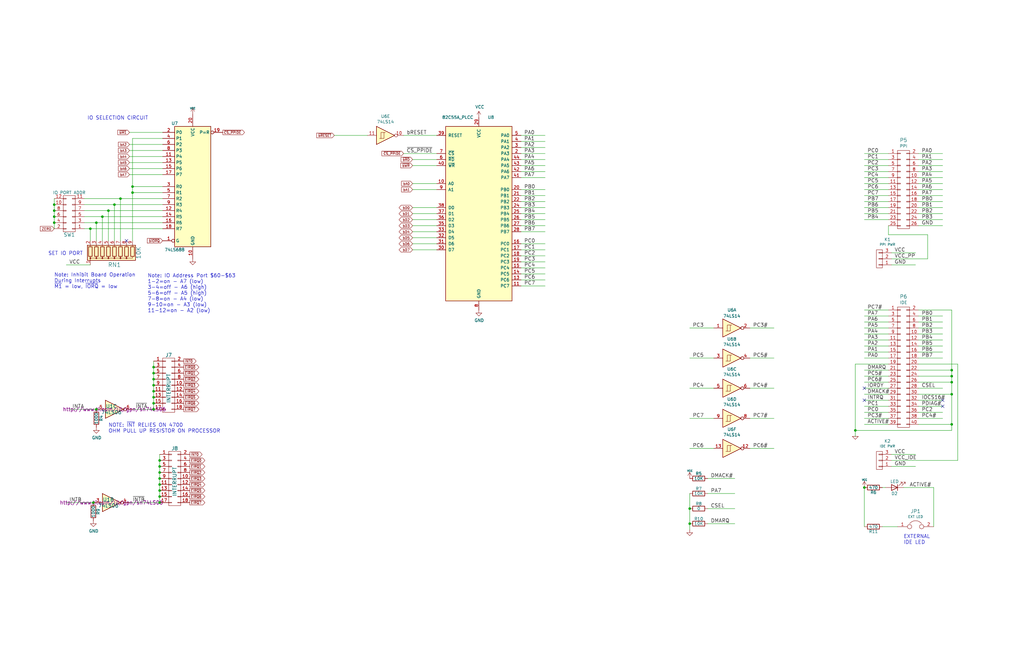
<source format=kicad_sch>
(kicad_sch (version 20211123) (generator eeschema)
  (paper "B")
  (junction (at 22.86 93.98))
  (junction (at 64.77 157.48))
  (junction (at 67.31 207.01))
  (junction (at 38.1 96.52))
  (junction (at 64.77 165.1))
  (junction (at 364.49 205.74))
  (junction (at 401.32 179.07))
  (junction (at 40.64 172.72))
  (junction (at 401.32 158.75))
  (junction (at 360.68 181.61))
  (junction (at 64.77 172.72))
  (junction (at 67.31 204.47))
  (junction (at 22.86 91.44))
  (junction (at 40.64 93.98))
  (junction (at 64.77 170.18))
  (junction (at 401.32 161.29))
  (junction (at 401.32 166.37))
  (junction (at 22.86 86.36))
  (junction (at 22.86 88.9))
  (junction (at 67.31 199.39))
  (junction (at 401.32 156.21))
  (junction (at 45.72 88.9))
  (junction (at 64.77 154.94))
  (junction (at 43.18 91.44))
  (junction (at 64.77 160.02))
  (junction (at 39.37 212.09))
  (junction (at 290.83 214.63))
  (junction (at 67.31 212.09))
  (junction (at 67.31 194.31))
  (junction (at 55.88 81.28))
  (junction (at 64.77 167.64))
  (junction (at 64.77 162.56))
  (junction (at 290.83 220.98))
  (junction (at 67.31 209.55))
  (junction (at 67.31 196.85))
  (junction (at 50.8 83.82))
  (junction (at 55.88 78.74))
  (junction (at 67.31 201.93))
  (junction (at 48.26 86.36))
  (no_connect (at 397.51 168.91))
  (no_connect (at 364.49 163.83))
  (no_connect (at 397.51 171.45))
  (no_connect (at 364.49 168.91))
  (no_connect (at 53.34 101.6))
  (wire (pts (xy 219.71 115.57) (xy 229.87 115.57)))
  (wire (pts (xy 38.1 111.76) (xy 27.94 111.76)))
  (wire (pts (xy 401.32 181.61) (xy 360.68 181.61)))
  (wire (pts (xy 364.49 87.63) (xy 374.65 87.63)))
  (wire (pts (xy 364.49 158.75) (xy 374.65 158.75)))
  (wire (pts (xy 364.49 148.59) (xy 374.65 148.59)))
  (wire (pts (xy 219.71 87.63) (xy 229.87 87.63)))
  (wire (pts (xy 22.86 91.44) (xy 22.86 93.98)))
  (wire (pts (xy 387.35 143.51) (xy 397.51 143.51)))
  (wire (pts (xy 364.49 143.51) (xy 374.65 143.51)))
  (wire (pts (xy 54.61 55.88) (xy 68.58 55.88)))
  (wire (pts (xy 391.16 109.22) (xy 375.92 109.22)))
  (wire (pts (xy 55.88 58.42) (xy 68.58 58.42)))
  (wire (pts (xy 290.83 151.13) (xy 300.99 151.13)))
  (wire (pts (xy 219.71 110.49) (xy 229.87 110.49)))
  (wire (pts (xy 67.31 204.47) (xy 67.31 201.93)))
  (wire (pts (xy 290.83 220.98) (xy 290.83 223.52)))
  (wire (pts (xy 219.71 120.65) (xy 229.87 120.65)))
  (wire (pts (xy 219.71 95.25) (xy 229.87 95.25)))
  (wire (pts (xy 35.56 91.44) (xy 43.18 91.44)))
  (wire (pts (xy 401.32 161.29) (xy 401.32 166.37)))
  (wire (pts (xy 290.83 138.43) (xy 300.99 138.43)))
  (wire (pts (xy 401.32 179.07) (xy 401.32 181.61)))
  (wire (pts (xy 387.35 133.35) (xy 397.51 133.35)))
  (wire (pts (xy 22.86 83.82) (xy 22.86 86.36)))
  (wire (pts (xy 54.61 71.12) (xy 68.58 71.12)))
  (wire (pts (xy 403.86 153.67) (xy 403.86 194.31)))
  (wire (pts (xy 67.31 209.55) (xy 67.31 212.09)))
  (wire (pts (xy 364.49 80.01) (xy 374.65 80.01)))
  (wire (pts (xy 387.35 176.53) (xy 397.51 176.53)))
  (wire (pts (xy 387.35 87.63) (xy 397.51 87.63)))
  (wire (pts (xy 387.35 130.81) (xy 401.32 130.81)))
  (wire (pts (xy 393.7 205.74) (xy 393.7 222.25)))
  (wire (pts (xy 173.99 92.71) (xy 184.15 92.71)))
  (wire (pts (xy 401.32 158.75) (xy 401.32 161.29)))
  (wire (pts (xy 298.45 208.28) (xy 309.88 208.28)))
  (wire (pts (xy 387.35 153.67) (xy 403.86 153.67)))
  (wire (pts (xy 364.49 176.53) (xy 374.65 176.53)))
  (wire (pts (xy 387.35 77.47) (xy 397.51 77.47)))
  (wire (pts (xy 298.45 214.63) (xy 309.88 214.63)))
  (wire (pts (xy 173.99 102.87) (xy 184.15 102.87)))
  (wire (pts (xy 387.35 69.85) (xy 397.51 69.85)))
  (wire (pts (xy 170.18 57.15) (xy 184.15 57.15)))
  (wire (pts (xy 55.88 78.74) (xy 68.58 78.74)))
  (wire (pts (xy 364.49 171.45) (xy 374.65 171.45)))
  (wire (pts (xy 364.49 135.89) (xy 374.65 135.89)))
  (wire (pts (xy 387.35 80.01) (xy 397.51 80.01)))
  (wire (pts (xy 401.32 158.75) (xy 401.32 156.21)))
  (wire (pts (xy 22.86 88.9) (xy 22.86 91.44)))
  (wire (pts (xy 140.97 57.15) (xy 154.94 57.15)))
  (wire (pts (xy 173.99 100.33) (xy 184.15 100.33)))
  (wire (pts (xy 387.35 171.45) (xy 397.51 171.45)))
  (wire (pts (xy 387.35 151.13) (xy 397.51 151.13)))
  (wire (pts (xy 219.71 74.93) (xy 229.87 74.93)))
  (wire (pts (xy 219.71 82.55) (xy 229.87 82.55)))
  (wire (pts (xy 364.49 77.47) (xy 374.65 77.47)))
  (wire (pts (xy 22.86 86.36) (xy 22.86 88.9)))
  (wire (pts (xy 219.71 105.41) (xy 229.87 105.41)))
  (wire (pts (xy 364.49 161.29) (xy 374.65 161.29)))
  (wire (pts (xy 55.88 81.28) (xy 55.88 78.74)))
  (wire (pts (xy 173.99 80.01) (xy 184.15 80.01)))
  (wire (pts (xy 401.32 179.07) (xy 401.32 166.37)))
  (wire (pts (xy 64.77 165.1) (xy 64.77 162.56)))
  (wire (pts (xy 364.49 179.07) (xy 374.65 179.07)))
  (wire (pts (xy 316.23 138.43) (xy 326.39 138.43)))
  (wire (pts (xy 219.71 57.15) (xy 229.87 57.15)))
  (wire (pts (xy 387.35 72.39) (xy 397.51 72.39)))
  (wire (pts (xy 316.23 176.53) (xy 326.39 176.53)))
  (wire (pts (xy 387.35 173.99) (xy 397.51 173.99)))
  (wire (pts (xy 374.65 95.25) (xy 374.65 99.06)))
  (wire (pts (xy 54.61 60.96) (xy 68.58 60.96)))
  (wire (pts (xy 364.49 140.97) (xy 374.65 140.97)))
  (wire (pts (xy 64.77 170.18) (xy 64.77 167.64)))
  (wire (pts (xy 43.18 91.44) (xy 68.58 91.44)))
  (wire (pts (xy 54.61 66.04) (xy 68.58 66.04)))
  (wire (pts (xy 67.31 209.55) (xy 67.31 207.01)))
  (wire (pts (xy 35.56 86.36) (xy 48.26 86.36)))
  (wire (pts (xy 45.72 101.6) (xy 45.72 88.9)))
  (wire (pts (xy 387.35 92.71) (xy 397.51 92.71)))
  (wire (pts (xy 29.21 172.72) (xy 40.64 172.72)))
  (wire (pts (xy 67.31 196.85) (xy 67.31 194.31)))
  (wire (pts (xy 364.49 166.37) (xy 374.65 166.37)))
  (wire (pts (xy 387.35 74.93) (xy 397.51 74.93)))
  (wire (pts (xy 219.71 90.17) (xy 229.87 90.17)))
  (wire (pts (xy 387.35 146.05) (xy 397.51 146.05)))
  (wire (pts (xy 35.56 83.82) (xy 50.8 83.82)))
  (wire (pts (xy 360.68 153.67) (xy 374.65 153.67)))
  (wire (pts (xy 372.11 205.74) (xy 373.38 205.74)))
  (wire (pts (xy 364.49 138.43) (xy 374.65 138.43)))
  (wire (pts (xy 290.83 189.23) (xy 300.99 189.23)))
  (wire (pts (xy 48.26 101.6) (xy 48.26 86.36)))
  (wire (pts (xy 290.83 208.28) (xy 290.83 214.63)))
  (wire (pts (xy 375.92 196.85) (xy 386.08 196.85)))
  (wire (pts (xy 43.18 101.6) (xy 43.18 91.44)))
  (wire (pts (xy 374.65 99.06) (xy 391.16 99.06)))
  (wire (pts (xy 360.68 181.61) (xy 360.68 153.67)))
  (wire (pts (xy 173.99 90.17) (xy 184.15 90.17)))
  (wire (pts (xy 173.99 95.25) (xy 184.15 95.25)))
  (wire (pts (xy 55.88 78.74) (xy 55.88 58.42)))
  (wire (pts (xy 364.49 173.99) (xy 374.65 173.99)))
  (wire (pts (xy 364.49 85.09) (xy 374.65 85.09)))
  (wire (pts (xy 387.35 95.25) (xy 397.51 95.25)))
  (wire (pts (xy 64.77 167.64) (xy 64.77 165.1)))
  (wire (pts (xy 387.35 82.55) (xy 397.51 82.55)))
  (wire (pts (xy 364.49 133.35) (xy 374.65 133.35)))
  (wire (pts (xy 170.18 64.77) (xy 184.15 64.77)))
  (wire (pts (xy 364.49 168.91) (xy 374.65 168.91)))
  (wire (pts (xy 50.8 83.82) (xy 68.58 83.82)))
  (wire (pts (xy 298.45 220.98) (xy 309.88 220.98)))
  (wire (pts (xy 173.99 77.47) (xy 184.15 77.47)))
  (wire (pts (xy 219.71 62.23) (xy 229.87 62.23)))
  (wire (pts (xy 364.49 146.05) (xy 374.65 146.05)))
  (wire (pts (xy 219.71 69.85) (xy 229.87 69.85)))
  (wire (pts (xy 40.64 93.98) (xy 68.58 93.98)))
  (wire (pts (xy 372.11 222.25) (xy 378.46 222.25)))
  (wire (pts (xy 68.58 81.28) (xy 55.88 81.28)))
  (wire (pts (xy 387.35 138.43) (xy 397.51 138.43)))
  (wire (pts (xy 55.88 172.72) (xy 64.77 172.72)))
  (wire (pts (xy 173.99 97.79) (xy 184.15 97.79)))
  (wire (pts (xy 364.49 64.77) (xy 374.65 64.77)))
  (wire (pts (xy 364.49 92.71) (xy 374.65 92.71)))
  (wire (pts (xy 64.77 160.02) (xy 64.77 157.48)))
  (wire (pts (xy 364.49 69.85) (xy 374.65 69.85)))
  (wire (pts (xy 316.23 163.83) (xy 326.39 163.83)))
  (wire (pts (xy 364.49 72.39) (xy 374.65 72.39)))
  (wire (pts (xy 364.49 130.81) (xy 374.65 130.81)))
  (wire (pts (xy 381 205.74) (xy 393.7 205.74)))
  (wire (pts (xy 364.49 156.21) (xy 374.65 156.21)))
  (wire (pts (xy 387.35 67.31) (xy 397.51 67.31)))
  (wire (pts (xy 375.92 106.68) (xy 386.08 106.68)))
  (wire (pts (xy 38.1 96.52) (xy 68.58 96.52)))
  (wire (pts (xy 50.8 101.6) (xy 50.8 83.82)))
  (wire (pts (xy 387.35 90.17) (xy 397.51 90.17)))
  (wire (pts (xy 401.32 156.21) (xy 387.35 156.21)))
  (wire (pts (xy 403.86 194.31) (xy 375.92 194.31)))
  (wire (pts (xy 219.71 102.87) (xy 229.87 102.87)))
  (wire (pts (xy 401.32 161.29) (xy 387.35 161.29)))
  (wire (pts (xy 67.31 194.31) (xy 67.31 191.77)))
  (wire (pts (xy 35.56 93.98) (xy 40.64 93.98)))
  (wire (pts (xy 290.83 214.63) (xy 290.83 220.98)))
  (wire (pts (xy 219.71 85.09) (xy 229.87 85.09)))
  (wire (pts (xy 387.35 179.07) (xy 401.32 179.07)))
  (wire (pts (xy 387.35 158.75) (xy 401.32 158.75)))
  (wire (pts (xy 387.35 64.77) (xy 397.51 64.77)))
  (wire (pts (xy 54.61 63.5) (xy 68.58 63.5)))
  (wire (pts (xy 387.35 85.09) (xy 397.51 85.09)))
  (wire (pts (xy 219.71 64.77) (xy 229.87 64.77)))
  (wire (pts (xy 364.49 163.83) (xy 374.65 163.83)))
  (wire (pts (xy 219.71 72.39) (xy 229.87 72.39)))
  (wire (pts (xy 38.1 101.6) (xy 38.1 96.52)))
  (wire (pts (xy 54.61 212.09) (xy 67.31 212.09)))
  (wire (pts (xy 22.86 93.98) (xy 22.86 96.52)))
  (wire (pts (xy 64.77 172.72) (xy 64.77 170.18)))
  (wire (pts (xy 364.49 151.13) (xy 374.65 151.13)))
  (wire (pts (xy 67.31 201.93) (xy 67.31 199.39)))
  (wire (pts (xy 54.61 68.58) (xy 68.58 68.58)))
  (wire (pts (xy 173.99 105.41) (xy 184.15 105.41)))
  (wire (pts (xy 375.92 191.77) (xy 386.08 191.77)))
  (wire (pts (xy 219.71 97.79) (xy 229.87 97.79)))
  (wire (pts (xy 219.71 92.71) (xy 229.87 92.71)))
  (wire (pts (xy 360.68 184.15) (xy 360.68 181.61)))
  (wire (pts (xy 54.61 73.66) (xy 68.58 73.66)))
  (wire (pts (xy 27.94 212.09) (xy 39.37 212.09)))
  (wire (pts (xy 401.32 130.81) (xy 401.32 156.21)))
  (wire (pts (xy 45.72 88.9) (xy 68.58 88.9)))
  (wire (pts (xy 173.99 87.63) (xy 184.15 87.63)))
  (wire (pts (xy 316.23 151.13) (xy 326.39 151.13)))
  (wire (pts (xy 64.77 154.94) (xy 64.77 152.4)))
  (wire (pts (xy 67.31 207.01) (xy 67.31 204.47)))
  (wire (pts (xy 219.71 118.11) (xy 229.87 118.11)))
  (wire (pts (xy 364.49 74.93) (xy 374.65 74.93)))
  (wire (pts (xy 173.99 69.85) (xy 184.15 69.85)))
  (wire (pts (xy 219.71 59.69) (xy 229.87 59.69)))
  (wire (pts (xy 364.49 82.55) (xy 374.65 82.55)))
  (wire (pts (xy 35.56 88.9) (xy 45.72 88.9)))
  (wire (pts (xy 219.71 113.03) (xy 229.87 113.03)))
  (wire (pts (xy 219.71 80.01) (xy 229.87 80.01)))
  (wire (pts (xy 387.35 168.91) (xy 397.51 168.91)))
  (wire (pts (xy 375.92 111.76) (xy 386.08 111.76)))
  (wire (pts (xy 364.49 90.17) (xy 374.65 90.17)))
  (wire (pts (xy 64.77 157.48) (xy 64.77 154.94)))
  (wire (pts (xy 40.64 101.6) (xy 40.64 93.98)))
  (wire (pts (xy 364.49 205.74) (xy 364.49 222.25)))
  (wire (pts (xy 387.35 140.97) (xy 397.51 140.97)))
  (wire (pts (xy 387.35 163.83) (xy 397.51 163.83)))
  (wire (pts (xy 316.23 189.23) (xy 326.39 189.23)))
  (wire (pts (xy 219.71 67.31) (xy 229.87 67.31)))
  (wire (pts (xy 219.71 107.95) (xy 229.87 107.95)))
  (wire (pts (xy 401.32 166.37) (xy 387.35 166.37)))
  (wire (pts (xy 173.99 67.31) (xy 184.15 67.31)))
  (wire (pts (xy 64.77 162.56) (xy 64.77 160.02)))
  (wire (pts (xy 35.56 96.52) (xy 38.1 96.52)))
  (wire (pts (xy 290.83 163.83) (xy 300.99 163.83)))
  (wire (pts (xy 67.31 199.39) (xy 67.31 196.85)))
  (wire (pts (xy 55.88 101.6) (xy 55.88 81.28)))
  (wire (pts (xy 290.83 176.53) (xy 300.99 176.53)))
  (wire (pts (xy 391.16 99.06) (xy 391.16 109.22)))
  (wire (pts (xy 298.45 201.93) (xy 309.88 201.93)))
  (wire (pts (xy 387.35 135.89) (xy 397.51 135.89)))
  (wire (pts (xy 364.49 67.31) (xy 374.65 67.31)))
  (wire (pts (xy 48.26 86.36) (xy 68.58 86.36)))
  (wire (pts (xy 387.35 148.59) (xy 397.51 148.59)))
  (text "IO SELECTION CIRCUIT" (at 36.83 50.8 0) (effects (font (size 1.524 1.524)) (justify left bottom)))
  (text "Note: IO Address Port $60-$63\n1-2=on - A7 (low)\n3-4=off - A6 (high)\n5-6=off - A5 (high)\n7-8=on - A4 (low)\n9-10=on - A3 (low)\n11-12=on - A2 (low)" (at 62.23 132.08 0) (effects (font (size 1.524 1.524)) (justify left bottom)))
  (text "NOTE: ~{INT} RELIES ON 4700 \nOHM PULL UP RESISTOR ON PROCESSOR" (at 45.72 182.88 0) (effects (font (size 1.524 1.524)) (justify left bottom)))
  (text "EXTERNAL\nIDE LED" (at 381 229.87 0) (effects (font (size 1.524 1.524)) (justify left bottom)))
  (text "Note: Inhibit Board Operation\nDuring Interrupts\n~{M1} = low, ~{IORQ} = low" (at 22.86 121.92 0) (effects (font (size 1.524 1.524)) (justify left bottom)))
  (text "SET IO PORT" (at 20.32 107.95 0) (effects (font (size 1.524 1.524)) (justify left bottom)))
  (label "PB6" (at 220.98 95.25 0) (effects (font (size 1.524 1.524))))
  (label "VCC" (at 377.19 191.77 0) (effects (font (size 1.524 1.524))))
  (label "PA7" (at 220.98 74.93 0) (effects (font (size 1.524 1.524))))
  (label "PB5" (at 220.98 92.71 0) (effects (font (size 1.524 1.524))))
  (label "PB2" (at 220.98 85.09 0) (effects (font (size 1.524 1.524))))
  (label "PC2" (at 220.98 107.95 0) (effects (font (size 1.524 1.524))))
  (label "PB4" (at 220.98 90.17 0) (effects (font (size 1.524 1.524))))
  (label "PC5#" (at 365.76 158.75 0) (effects (font (size 1.524 1.524))))
  (label "PC5" (at 292.1 151.13 0) (effects (font (size 1.524 1.524))))
  (label "PC6#" (at 317.5 189.23 0) (effects (font (size 1.524 1.524))))
  (label "ACTIVE#" (at 365.76 179.07 0) (effects (font (size 1.524 1.524))))
  (label "PA5" (at 388.62 77.47 0) (effects (font (size 1.524 1.524))))
  (label "PA7" (at 299.72 208.28 0) (effects (font (size 1.524 1.524))))
  (label "PC3" (at 292.1 138.43 0) (effects (font (size 1.524 1.524))))
  (label "INTA" (at 30.48 172.72 0) (effects (font (size 1.524 1.524))))
  (label "PA7" (at 388.62 82.55 0) (effects (font (size 1.524 1.524))))
  (label "~{INTA}" (at 57.15 172.72 0) (effects (font (size 1.524 1.524))))
  (label "PA1" (at 365.76 148.59 0) (effects (font (size 1.524 1.524))))
  (label "~{CS_PPIDE}" (at 171.45 64.77 0) (effects (font (size 1.524 1.524))))
  (label "bRESET" (at 171.45 57.15 0) (effects (font (size 1.524 1.524))))
  (label "CSEL" (at 388.62 163.83 0) (effects (font (size 1.524 1.524))))
  (label "PC2" (at 365.76 69.85 0) (effects (font (size 1.524 1.524))))
  (label "PA6" (at 388.62 80.01 0) (effects (font (size 1.524 1.524))))
  (label "PA3" (at 365.76 143.51 0) (effects (font (size 1.524 1.524))))
  (label "PC5" (at 220.98 115.57 0) (effects (font (size 1.524 1.524))))
  (label "PA2" (at 365.76 146.05 0) (effects (font (size 1.524 1.524))))
  (label "PC3#" (at 365.76 176.53 0) (effects (font (size 1.524 1.524))))
  (label "PA6" (at 220.98 72.39 0) (effects (font (size 1.524 1.524))))
  (label "PB2" (at 388.62 90.17 0) (effects (font (size 1.524 1.524))))
  (label "PC5#" (at 317.5 151.13 0) (effects (font (size 1.524 1.524))))
  (label "PC0" (at 365.76 64.77 0) (effects (font (size 1.524 1.524))))
  (label "PB3" (at 220.98 87.63 0) (effects (font (size 1.524 1.524))))
  (label "PA5" (at 220.98 69.85 0) (effects (font (size 1.524 1.524))))
  (label "PC6" (at 365.76 80.01 0) (effects (font (size 1.524 1.524))))
  (label "DMACK#" (at 299.72 201.93 0) (effects (font (size 1.524 1.524))))
  (label "PC7#" (at 317.5 176.53 0) (effects (font (size 1.524 1.524))))
  (label "PB7" (at 388.62 151.13 0) (effects (font (size 1.524 1.524))))
  (label "DMACK#" (at 365.76 166.37 0) (effects (font (size 1.524 1.524))))
  (label "PC3" (at 365.76 72.39 0) (effects (font (size 1.524 1.524))))
  (label "PC4#" (at 388.62 176.53 0) (effects (font (size 1.524 1.524))))
  (label "DMARQ" (at 365.76 156.21 0) (effects (font (size 1.524 1.524))))
  (label "PC4" (at 220.98 113.03 0) (effects (font (size 1.524 1.524))))
  (label "PC4#" (at 317.5 163.83 0) (effects (font (size 1.524 1.524))))
  (label "PB7" (at 220.98 97.79 0) (effects (font (size 1.524 1.524))))
  (label "ACTIVE#" (at 383.54 205.74 0) (effects (font (size 1.524 1.524))))
  (label "DMARQ" (at 299.72 220.98 0) (effects (font (size 1.524 1.524))))
  (label "GND" (at 388.62 95.25 0) (effects (font (size 1.524 1.524))))
  (label "~{INTB}" (at 55.88 212.09 0) (effects (font (size 1.524 1.524))))
  (label "PC6" (at 220.98 118.11 0) (effects (font (size 1.524 1.524))))
  (label "PC2" (at 388.62 173.99 0) (effects (font (size 1.524 1.524))))
  (label "PA0" (at 365.76 151.13 0) (effects (font (size 1.524 1.524))))
  (label "PC7" (at 292.1 176.53 0) (effects (font (size 1.524 1.524))))
  (label "PC0" (at 365.76 173.99 0) (effects (font (size 1.524 1.524))))
  (label "PA7" (at 365.76 133.35 0) (effects (font (size 1.524 1.524))))
  (label "PC4" (at 365.76 74.93 0) (effects (font (size 1.524 1.524))))
  (label "GND" (at 377.19 196.85 0) (effects (font (size 1.524 1.524))))
  (label "PB3" (at 388.62 140.97 0) (effects (font (size 1.524 1.524))))
  (label "PC3" (at 220.98 110.49 0) (effects (font (size 1.524 1.524))))
  (label "PB0" (at 388.62 133.35 0) (effects (font (size 1.524 1.524))))
  (label "PB0" (at 220.98 80.01 0) (effects (font (size 1.524 1.524))))
  (label "PB2" (at 388.62 138.43 0) (effects (font (size 1.524 1.524))))
  (label "PA2" (at 220.98 62.23 0) (effects (font (size 1.524 1.524))))
  (label "PB1" (at 388.62 87.63 0) (effects (font (size 1.524 1.524))))
  (label "CSEL" (at 299.72 214.63 0) (effects (font (size 1.524 1.524))))
  (label "PC1" (at 365.76 171.45 0) (effects (font (size 1.524 1.524))))
  (label "PC3#" (at 317.5 138.43 0) (effects (font (size 1.524 1.524))))
  (label "PA4" (at 365.76 140.97 0) (effects (font (size 1.524 1.524))))
  (label "PB0" (at 388.62 85.09 0) (effects (font (size 1.524 1.524))))
  (label "VCC" (at 29.21 111.76 0) (effects (font (size 1.524 1.524))))
  (label "PA3" (at 388.62 72.39 0) (effects (font (size 1.524 1.524))))
  (label "PA1" (at 388.62 67.31 0) (effects (font (size 1.524 1.524))))
  (label "PA3" (at 220.98 64.77 0) (effects (font (size 1.524 1.524))))
  (label "PB5" (at 388.62 146.05 0) (effects (font (size 1.524 1.524))))
  (label "VCC_PP" (at 377.19 109.22 0) (effects (font (size 1.524 1.524))))
  (label "PC6#" (at 365.76 161.29 0) (effects (font (size 1.524 1.524))))
  (label "PA4" (at 220.98 67.31 0) (effects (font (size 1.524 1.524))))
  (label "PA1" (at 220.98 59.69 0) (effects (font (size 1.524 1.524))))
  (label "PA5" (at 365.76 138.43 0) (effects (font (size 1.524 1.524))))
  (label "IOCS16#" (at 388.62 168.91 0) (effects (font (size 1.524 1.524))))
  (label "PC6" (at 292.1 189.23 0) (effects (font (size 1.524 1.524))))
  (label "PA6" (at 365.76 135.89 0) (effects (font (size 1.524 1.524))))
  (label "PC5" (at 365.76 77.47 0) (effects (font (size 1.524 1.524))))
  (label "PB6" (at 388.62 148.59 0) (effects (font (size 1.524 1.524))))
  (label "PA4" (at 388.62 74.93 0) (effects (font (size 1.524 1.524))))
  (label "IORDY" (at 365.76 163.83 0) (effects (font (size 1.524 1.524))))
  (label "INTRQ" (at 365.76 168.91 0) (effects (font (size 1.524 1.524))))
  (label "PB1" (at 388.62 135.89 0) (effects (font (size 1.524 1.524))))
  (label "VCC" (at 377.19 106.68 0) (effects (font (size 1.524 1.524))))
  (label "PB5" (at 365.76 90.17 0) (effects (font (size 1.524 1.524))))
  (label "PB1" (at 220.98 82.55 0) (effects (font (size 1.524 1.524))))
  (label "PC7" (at 365.76 82.55 0) (effects (font (size 1.524 1.524))))
  (label "PC7" (at 220.98 120.65 0) (effects (font (size 1.524 1.524))))
  (label "GND" (at 377.19 111.76 0) (effects (font (size 1.524 1.524))))
  (label "PB4" (at 388.62 143.51 0) (effects (font (size 1.524 1.524))))
  (label "PB7" (at 365.76 85.09 0) (effects (font (size 1.524 1.524))))
  (label "PB3" (at 388.62 92.71 0) (effects (font (size 1.524 1.524))))
  (label "PC1" (at 220.98 105.41 0) (effects (font (size 1.524 1.524))))
  (label "PC4" (at 292.1 163.83 0) (effects (font (size 1.524 1.524))))
  (label "VCC_IDE" (at 377.19 194.31 0) (effects (font (size 1.524 1.524))))
  (label "PB6" (at 365.76 87.63 0) (effects (font (size 1.524 1.524))))
  (label "PDIAG#" (at 388.62 171.45 0) (effects (font (size 1.524 1.524))))
  (label "PC7#" (at 365.76 130.81 0) (effects (font (size 1.524 1.524))))
  (label "PA2" (at 388.62 69.85 0) (effects (font (size 1.524 1.524))))
  (label "PB4" (at 365.76 92.71 0) (effects (font (size 1.524 1.524))))
  (label "INTB" (at 29.21 212.09 0) (effects (font (size 1.524 1.524))))
  (label "PC1" (at 365.76 67.31 0) (effects (font (size 1.524 1.524))))
  (label "PC0" (at 220.98 102.87 0) (effects (font (size 1.524 1.524))))
  (label "PA0" (at 220.98 57.15 0) (effects (font (size 1.524 1.524))))
  (label "PA0" (at 388.62 64.77 0) (effects (font (size 1.524 1.524))))
  (global_label "bA2" (shape input) (at 54.61 60.96 180) (effects (font (size 1.016 1.016))) (property "Intersheet References" "${INTERSHEET_REFS}" (effects hide)))
  (global_label "~{EIRQ1}" (shape output) (at 80.01 196.85 0) (effects (font (size 1.016 1.016))) (property "Intersheet References" "${INTERSHEET_REFS}" (effects hide)))
  (global_label "~{EIRQ7}" (shape output) (at 77.47 172.72 0) (effects (font (size 1.016 1.016))) (property "Intersheet References" "${INTERSHEET_REFS}" (effects hide)))
  (global_label "~{bRD}" (shape input) (at 173.99 67.31 180) (effects (font (size 1.016 1.016))) (property "Intersheet References" "${INTERSHEET_REFS}" (effects hide)))
  (global_label "bD6" (shape bidirectional) (at 173.99 102.87 180) (effects (font (size 1.016 1.016))) (property "Intersheet References" "${INTERSHEET_REFS}" (effects hide)))
  (global_label "bD3" (shape bidirectional) (at 173.99 95.25 180) (effects (font (size 1.016 1.016))) (property "Intersheet References" "${INTERSHEET_REFS}" (effects hide)))
  (global_label "bD0" (shape bidirectional) (at 173.99 87.63 180) (effects (font (size 1.016 1.016))) (property "Intersheet References" "${INTERSHEET_REFS}" (effects hide)))
  (global_label "ZERO" (shape input) (at 22.86 96.52 180) (effects (font (size 1.016 1.016))) (property "Intersheet References" "${INTERSHEET_REFS}" (effects hide)))
  (global_label "~{bWR}" (shape input) (at 173.99 69.85 180) (effects (font (size 1.016 1.016))) (property "Intersheet References" "${INTERSHEET_REFS}" (effects hide)))
  (global_label "bA7" (shape input) (at 54.61 73.66 180) (effects (font (size 1.016 1.016))) (property "Intersheet References" "${INTERSHEET_REFS}" (effects hide)))
  (global_label "~{EIRQ7}" (shape output) (at 80.01 212.09 0) (effects (font (size 1.016 1.016))) (property "Intersheet References" "${INTERSHEET_REFS}" (effects hide)))
  (global_label "~{EIRQ2}" (shape output) (at 80.01 199.39 0) (effects (font (size 1.016 1.016))) (property "Intersheet References" "${INTERSHEET_REFS}" (effects hide)))
  (global_label "bA6" (shape input) (at 54.61 71.12 180) (effects (font (size 1.016 1.016))) (property "Intersheet References" "${INTERSHEET_REFS}" (effects hide)))
  (global_label "~{EIRQ6}" (shape output) (at 80.01 209.55 0) (effects (font (size 1.016 1.016))) (property "Intersheet References" "${INTERSHEET_REFS}" (effects hide)))
  (global_label "bA4" (shape input) (at 54.61 66.04 180) (effects (font (size 1.016 1.016))) (property "Intersheet References" "${INTERSHEET_REFS}" (effects hide)))
  (global_label "bD2" (shape bidirectional) (at 173.99 92.71 180) (effects (font (size 1.016 1.016))) (property "Intersheet References" "${INTERSHEET_REFS}" (effects hide)))
  (global_label "~{EIRQ3}" (shape output) (at 77.47 162.56 0) (effects (font (size 1.016 1.016))) (property "Intersheet References" "${INTERSHEET_REFS}" (effects hide)))
  (global_label "~{INT0}" (shape output) (at 77.47 152.4 0) (effects (font (size 1.016 1.016))) (property "Intersheet References" "${INTERSHEET_REFS}" (effects hide)))
  (global_label "~{EIRQ4}" (shape output) (at 77.47 165.1 0) (effects (font (size 1.016 1.016))) (property "Intersheet References" "${INTERSHEET_REFS}" (effects hide)))
  (global_label "~{EIRQ0}" (shape output) (at 80.01 194.31 0) (effects (font (size 1.016 1.016))) (property "Intersheet References" "${INTERSHEET_REFS}" (effects hide)))
  (global_label "~{EIRQ1}" (shape output) (at 77.47 157.48 0) (effects (font (size 1.016 1.016))) (property "Intersheet References" "${INTERSHEET_REFS}" (effects hide)))
  (global_label "~{INT0}" (shape output) (at 80.01 191.77 0) (effects (font (size 1.016 1.016))) (property "Intersheet References" "${INTERSHEET_REFS}" (effects hide)))
  (global_label "bA5" (shape input) (at 54.61 68.58 180) (effects (font (size 1.016 1.016))) (property "Intersheet References" "${INTERSHEET_REFS}" (effects hide)))
  (global_label "bA0" (shape input) (at 173.99 77.47 180) (effects (font (size 1.016 1.016))) (property "Intersheet References" "${INTERSHEET_REFS}" (effects hide)))
  (global_label "~{EIRQ6}" (shape output) (at 77.47 170.18 0) (effects (font (size 1.016 1.016))) (property "Intersheet References" "${INTERSHEET_REFS}" (effects hide)))
  (global_label "~{bIORQ}" (shape input) (at 68.58 101.6 180) (effects (font (size 1.016 1.016))) (property "Intersheet References" "${INTERSHEET_REFS}" (effects hide)))
  (global_label "bD5" (shape bidirectional) (at 173.99 100.33 180) (effects (font (size 1.016 1.016))) (property "Intersheet References" "${INTERSHEET_REFS}" (effects hide)))
  (global_label "~{CS_PPIDE}" (shape input) (at 170.18 64.77 180) (effects (font (size 1.016 1.016))) (property "Intersheet References" "${INTERSHEET_REFS}" (effects hide)))
  (global_label "~{EIRQ2}" (shape output) (at 77.47 160.02 0) (effects (font (size 1.016 1.016))) (property "Intersheet References" "${INTERSHEET_REFS}" (effects hide)))
  (global_label "~{EIRQ5}" (shape output) (at 80.01 207.01 0) (effects (font (size 1.016 1.016))) (property "Intersheet References" "${INTERSHEET_REFS}" (effects hide)))
  (global_label "~{bM1}" (shape input) (at 54.61 55.88 180) (effects (font (size 1.016 1.016))) (property "Intersheet References" "${INTERSHEET_REFS}" (effects hide)))
  (global_label "~{bRESET}" (shape input) (at 140.97 57.15 180) (effects (font (size 1.016 1.016))) (property "Intersheet References" "${INTERSHEET_REFS}" (effects hide)))
  (global_label "~{EIRQ4}" (shape output) (at 80.01 204.47 0) (effects (font (size 1.016 1.016))) (property "Intersheet References" "${INTERSHEET_REFS}" (effects hide)))
  (global_label "bA1" (shape input) (at 173.99 80.01 180) (effects (font (size 1.016 1.016))) (property "Intersheet References" "${INTERSHEET_REFS}" (effects hide)))
  (global_label "~{EIRQ3}" (shape output) (at 80.01 201.93 0) (effects (font (size 1.016 1.016))) (property "Intersheet References" "${INTERSHEET_REFS}" (effects hide)))
  (global_label "bD4" (shape bidirectional) (at 173.99 97.79 180) (effects (font (size 1.016 1.016))) (property "Intersheet References" "${INTERSHEET_REFS}" (effects hide)))
  (global_label "bD1" (shape bidirectional) (at 173.99 90.17 180) (effects (font (size 1.016 1.016))) (property "Intersheet References" "${INTERSHEET_REFS}" (effects hide)))
  (global_label "bA3" (shape input) (at 54.61 63.5 180) (effects (font (size 1.016 1.016))) (property "Intersheet References" "${INTERSHEET_REFS}" (effects hide)))
  (global_label "~{EIRQ5}" (shape output) (at 77.47 167.64 0) (effects (font (size 1.016 1.016))) (property "Intersheet References" "${INTERSHEET_REFS}" (effects hide)))
  (global_label "bD7" (shape bidirectional) (at 173.99 105.41 180) (effects (font (size 1.016 1.016))) (property "Intersheet References" "${INTERSHEET_REFS}" (effects hide)))
  (global_label "~{CS_PPIDE}" (shape output) (at 93.98 55.88 0) (effects (font (size 1.016 1.016))) (property "Intersheet References" "${INTERSHEET_REFS}" (effects hide)))
  (global_label "~{EIRQ0}" (shape output) (at 77.47 154.94 0) (effects (font (size 1.016 1.016))) (property "Intersheet References" "${INTERSHEET_REFS}" (effects hide)))
  (symbol (lib_id "input-output.Disk-rescue:R-device") (at 294.64 201.93 90) (unit 1)
    (property "Reference" "R5" (at 294.64 199.898 90))
    (property "Value" "10K" (at 294.64 201.93 90))
    (property "Footprint" "Resistor_THT:R_Axial_DIN0207_L6.3mm_D2.5mm_P7.62mm_Horizontal" (effects hide))
  )
  (symbol (lib_id "power:VCC") (at 290.83 201.93 0) (unit 1)
    (property "Reference" "#PWR017" (effects hide))
    (property "Value" "VCC" (at 290.9062 198.6788 0) (effects (font (size 0.762 0.762))))
  )
  (symbol (lib_id "74xx:74LS14") (at 308.61 138.43 0) (unit 1)
    (property "Reference" "U6" (at 308.61 130.81 0))
    (property "Value" "74LS14" (at 308.61 133.35 0))
    (property "Footprint" "Package_DIP:DIP-14_W7.62mm" (effects hide))
    (property "Datasheet" "http://www.ti.com/lit/gpn/sn74LS14" (effects hide))
  )
  (symbol (lib_id "74xx:74LS14") (at 308.61 151.13 0) (unit 2)
    (property "Reference" "U6" (at 308.61 143.0782 0))
    (property "Value" "74LS14" (at 308.61 145.3896 0))
    (property "Footprint" "Package_DIP:DIP-14_W7.62mm" (effects hide))
    (property "Datasheet" "http://www.ti.com/lit/gpn/sn74LS14" (effects hide))
  )
  (symbol (lib_id "74xx:74LS14") (at 308.61 163.83 0) (unit 3)
    (property "Reference" "U6" (at 308.61 155.7782 0))
    (property "Value" "74LS14" (at 308.61 158.0896 0))
    (property "Footprint" "Package_DIP:DIP-14_W7.62mm" (effects hide))
    (property "Datasheet" "http://www.ti.com/lit/gpn/sn74LS14" (effects hide))
  )
  (symbol (lib_id "74xx:74LS14") (at 308.61 176.53 0) (unit 4)
    (property "Reference" "U6" (at 308.61 168.4782 0))
    (property "Value" "74LS14" (at 308.61 170.7896 0))
    (property "Footprint" "Package_DIP:DIP-14_W7.62mm" (effects hide))
    (property "Datasheet" "http://www.ti.com/lit/gpn/sn74LS14" (effects hide))
  )
  (symbol (lib_id "74xx:74LS14") (at 162.56 57.15 0) (unit 5)
    (property "Reference" "U6" (at 162.56 49.0982 0))
    (property "Value" "74LS14" (at 162.56 51.4096 0))
    (property "Footprint" "Package_DIP:DIP-14_W7.62mm" (effects hide))
    (property "Datasheet" "http://www.ti.com/lit/gpn/sn74LS14" (effects hide))
  )
  (symbol (lib_id "74xx:74LS14") (at 308.61 189.23 0) (unit 6)
    (property "Reference" "U6" (at 308.61 181.1782 0))
    (property "Value" "74LS14" (at 308.61 183.4896 0))
    (property "Footprint" "Package_DIP:DIP-14_W7.62mm" (effects hide))
    (property "Datasheet" "http://www.ti.com/lit/gpn/sn74LS14" (effects hide))
  )
  (symbol (lib_id "input-output.Disk-rescue:R-device") (at 294.64 208.28 90) (unit 1)
    (property "Reference" "R7" (at 294.64 206.248 90))
    (property "Value" "10K" (at 294.64 208.28 90))
    (property "Footprint" "Resistor_THT:R_Axial_DIN0207_L6.3mm_D2.5mm_P7.62mm_Horizontal" (effects hide))
  )
  (symbol (lib_id "input-output.Disk-rescue:CONN_02X20-conn") (at 381 154.94 0) (unit 1)
    (property "Reference" "P6" (at 381 125.1712 0) (effects (font (size 1.524 1.524))))
    (property "Value" "IDE" (at 381 127.6604 0))
    (property "Footprint" "Connector_PinHeader_2.54mm:PinHeader_2x20_P2.54mm_Horizontal" (effects hide))
  )
  (symbol (lib_id "input-output.Disk-rescue:CONN_02X13-conn") (at 381 80.01 0) (unit 1)
    (property "Reference" "P5" (at 381 59.1566 0) (effects (font (size 1.524 1.524))))
    (property "Value" "PPI" (at 381 61.6458 0))
    (property "Footprint" "Connector_PinHeader_2.54mm:PinHeader_2x13_P2.54mm_Horizontal" (effects hide))
  )
  (symbol (lib_id "input-output.Disk-rescue:R-device") (at 294.64 214.63 90) (unit 1)
    (property "Reference" "R8" (at 294.64 212.598 90))
    (property "Value" "0" (at 294.64 214.63 90))
    (property "Footprint" "Resistor_THT:R_Axial_DIN0207_L6.3mm_D2.5mm_P7.62mm_Horizontal" (effects hide))
  )
  (symbol (lib_id "74xx:74LS06") (at 48.26 172.72 0) (unit 3)
    (property "Reference" "U1" (at 46.99 171.45 0) (effects (font (size 1.524 1.524))))
    (property "Value" "74LS06" (at 46.99 173.99 0) (effects (font (size 1.524 1.524))))
    (property "Footprint" "Package_DIP:DIP-14_W7.62mm" (effects hide))
    (property "Datasheet" "http://www.ti.com/lit/gpn/sn74LS06" (at 48.26 172.72 0) (effects (font (size 1.524 1.524))))
  )
  (symbol (lib_id "input-output.Disk-rescue:R-device") (at 294.64 220.98 90) (unit 1)
    (property "Reference" "R10" (at 294.64 218.948 90))
    (property "Value" "10K" (at 294.64 220.98 90))
    (property "Footprint" "Resistor_THT:R_Axial_DIN0207_L6.3mm_D2.5mm_P7.62mm_Horizontal" (effects hide))
  )
  (symbol (lib_id "power:GND") (at 290.83 223.52 0) (unit 1)
    (property "Reference" "#PWR021" (effects hide))
    (property "Value" "GND" (effects hide))
  )
  (symbol (lib_id "input-output.Disk-rescue:LED-device") (at 377.19 205.74 180) (unit 1)
    (property "Reference" "D2" (at 377.19 208.28 0))
    (property "Value" "LED" (at 377.19 203.2 0))
    (property "Footprint" "LED_THT:LED_D3.0mm" (effects hide))
  )
  (symbol (lib_id "input-output.Disk-rescue:R-device") (at 368.3 205.74 270) (unit 1)
    (property "Reference" "R6" (at 368.3 207.772 90))
    (property "Value" "470" (at 368.3 205.74 90))
    (property "Footprint" "Resistor_THT:R_Axial_DIN0207_L6.3mm_D2.5mm_P7.62mm_Horizontal" (effects hide))
  )
  (symbol (lib_id "power:VCC") (at 364.49 205.74 0) (unit 1)
    (property "Reference" "#PWR018" (effects hide))
    (property "Value" "VCC" (at 364.5662 202.4888 0) (effects (font (size 0.762 0.762))))
  )
  (symbol (lib_id "input-output.Disk-rescue:R-device") (at 368.3 222.25 270) (unit 1)
    (property "Reference" "R11" (at 368.3 224.282 90))
    (property "Value" "470" (at 368.3 222.25 90))
    (property "Footprint" "Resistor_THT:R_Axial_DIN0207_L6.3mm_D2.5mm_P7.62mm_Horizontal" (effects hide))
  )
  (symbol (lib_id "input-output.Disk-rescue:Jumper-device") (at 386.08 222.25 0) (unit 1)
    (property "Reference" "JP1" (at 386.08 215.7476 0) (effects (font (size 1.524 1.524))))
    (property "Value" "EXT LED" (at 386.08 218.059 0) (effects (font (size 1.016 1.016))))
    (property "Footprint" "Connector_PinHeader_2.54mm:PinHeader_1x02_P2.54mm_Horizontal" (effects hide))
  )
  (symbol (lib_id "Z80PPIDE2-rescue:GND-00JRCsch") (at 360.68 184.15 0) (unit 1)
    (property "Reference" "#PWR015" (effects hide))
    (property "Value" "GND" (effects hide))
  )
  (symbol (lib_id "input-output.Disk-rescue:CONN_01X03-conn") (at 370.84 194.31 180) (unit 1)
    (property "Reference" "K2" (at 374.2182 186.1566 0))
    (property "Value" "IDE PWR" (at 374.2182 188.2902 0) (effects (font (size 1.016 1.016))))
    (property "Footprint" "Connector_PinHeader_2.54mm:PinHeader_1x03_P2.54mm_Vertical" (effects hide))
  )
  (symbol (lib_id "input-output.Disk-rescue:CONN_01X03-conn") (at 370.84 109.22 180) (unit 1)
    (property "Reference" "K1" (at 374.2182 101.0666 0))
    (property "Value" "PPI PWR" (at 374.2182 103.2002 0) (effects (font (size 1.016 1.016))))
    (property "Footprint" "Connector_PinHeader_2.54mm:PinHeader_1x03_P2.54mm_Vertical" (effects hide))
  )
  (symbol (lib_id "input-output.Disk-rescue:R-device") (at 39.37 215.9 0) (unit 1)
    (property "Reference" "R9" (at 41.402 215.9 90))
    (property "Value" "1000" (at 39.37 215.9 90))
    (property "Footprint" "Resistor_THT:R_Axial_DIN0207_L6.3mm_D2.5mm_P7.62mm_Horizontal" (effects hide))
  )
  (symbol (lib_id "power:GND") (at 39.37 219.71 0) (unit 1)
    (property "Reference" "#PWR020" (effects hide))
    (property "Value" "GND" (at 39.497 224.1042 0))
  )
  (symbol (lib_id "power:GND") (at 81.28 109.22 0) (unit 1)
    (property "Reference" "#PWR012" (effects hide))
    (property "Value" "GND" (effects hide))
  )
  (symbol (lib_id "input-output.Disk-rescue:CONN_02X09-conn") (at 71.12 162.56 0) (unit 1)
    (property "Reference" "J7" (at 71.12 149.86 0) (effects (font (size 1.524 1.524))))
    (property "Value" "INTERRUPT" (at 71.12 163.83 90) (effects (font (size 1.524 1.524))))
    (property "Footprint" "Connector_PinHeader_2.54mm:PinHeader_2x09_P2.54mm_Vertical" (effects hide))
  )
  (symbol (lib_id "input-output.Disk-rescue:82C55A_PLCC-intel") (at 201.93 90.17 0) (unit 1)
    (property "Reference" "U8" (at 207.01 49.53 0))
    (property "Value" "82C55A_PLCC" (at 193.04 49.53 0))
    (property "Footprint" "Sockets:PLCC44" (effects hide))
    (property "Datasheet" "http://jap.hu/electronic/8255.pdf" (effects hide))
  )
  (symbol (lib_id "input-output.Disk-rescue:CONN_02X09-conn") (at 73.66 201.93 0) (unit 1)
    (property "Reference" "J8" (at 73.66 189.23 0) (effects (font (size 1.524 1.524))))
    (property "Value" "INTERRUPT" (at 73.66 203.2 90) (effects (font (size 1.524 1.524))))
    (property "Footprint" "Connector_PinHeader_2.54mm:PinHeader_2x09_P2.54mm_Vertical" (effects hide))
  )
  (symbol (lib_id "power:VCC") (at 201.93 49.53 0) (unit 1)
    (property "Reference" "#PWR011" (effects hide))
    (property "Value" "VCC" (at 202.311 45.1358 0))
  )
  (symbol (lib_id "power:GND") (at 201.93 130.81 0) (unit 1)
    (property "Reference" "#PWR013" (effects hide))
    (property "Value" "GND" (at 202.057 135.2042 0))
  )
  (symbol (lib_id "74xx:74LS06") (at 46.99 212.09 0) (unit 2)
    (property "Reference" "U1" (at 45.72 210.82 0) (effects (font (size 1.524 1.524))))
    (property "Value" "74LS06" (at 45.72 213.36 0) (effects (font (size 1.524 1.524))))
    (property "Footprint" "Package_DIP:DIP-14_W7.62mm" (effects hide))
    (property "Datasheet" "http://www.ti.com/lit/gpn/sn74LS06" (at 46.99 212.09 0) (effects (font (size 1.524 1.524))))
  )
  (symbol (lib_id "input-output.Disk-rescue:R-device") (at 40.64 176.53 0) (unit 1)
    (property "Reference" "R4" (at 42.672 176.53 90))
    (property "Value" "1000" (at 40.64 176.53 90))
    (property "Footprint" "Resistor_THT:R_Axial_DIN0207_L6.3mm_D2.5mm_P7.62mm_Horizontal" (effects hide))
  )
  (symbol (lib_id "power:GND") (at 40.64 180.34 0) (unit 1)
    (property "Reference" "#PWR014" (effects hide))
    (property "Value" "GND" (at 40.767 184.7342 0))
  )
  (symbol (lib_id "input-output.Disk-rescue:CONN_02X06-conn") (at 29.21 90.17 180) (unit 1)
    (property "Reference" "SW1" (at 29.21 99.06 0) (effects (font (size 1.524 1.524))))
    (property "Value" "IO PORT ADDR" (at 29.21 81.28 0))
    (property "Footprint" "Connector_PinHeader_2.54mm:PinHeader_2x06_P2.54mm_Vertical" (effects hide))
  )
  (symbol (lib_id "input-output.Disk-rescue:R_Network08-device") (at 48.26 106.68 0) (mirror x) (unit 1)
    (property "Reference" "RN1" (at 48.26 111.76 0) (effects (font (size 1.778 1.778))))
    (property "Value" "10K" (at 58.42 106.68 90) (effects (font (size 1.778 1.778))))
    (property "Footprint" "Resistor_THT:R_Array_SIP9" (effects hide))
  )
  (symbol (lib_id "power:VCC") (at 81.28 48.26 0) (unit 1)
    (property "Reference" "#PWR010" (effects hide))
    (property "Value" "VCC" (at 81.28 45.72 0) (effects (font (size 0.762 0.762))))
  )
  (symbol (lib_id "74xx:74LS688") (at 81.28 78.74 0) (unit 1)
    (property "Reference" "U7" (at 73.66 52.07 0))
    (property "Value" "74LS688" (at 73.66 105.41 0))
    (property "Footprint" "Package_DIP:DIP-20_W7.62mm" (effects hide))
    (property "Datasheet" "http://www.ti.com/lit/gpn/sn74LS688" (effects hide))
  )
)
</source>
